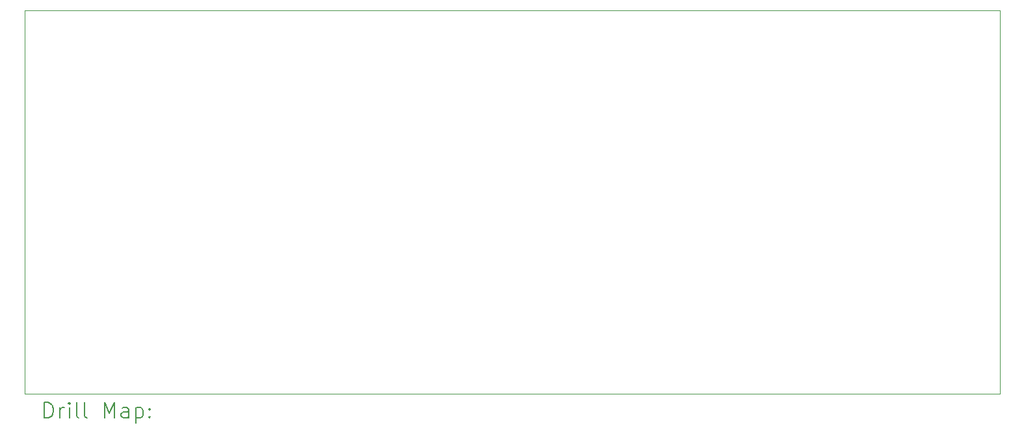
<source format=gbr>
%TF.GenerationSoftware,KiCad,Pcbnew,8.0.0-rc1*%
%TF.CreationDate,2024-11-04T15:20:00+03:00*%
%TF.ProjectId,Movita_CM4_CT_Router_V3.1,4d6f7669-7461-45f4-934d-345f43545f52,REV1*%
%TF.SameCoordinates,Original*%
%TF.FileFunction,Drillmap*%
%TF.FilePolarity,Positive*%
%FSLAX45Y45*%
G04 Gerber Fmt 4.5, Leading zero omitted, Abs format (unit mm)*
G04 Created by KiCad (PCBNEW 8.0.0-rc1) date 2024-11-04 15:20:00*
%MOMM*%
%LPD*%
G01*
G04 APERTURE LIST*
%ADD10C,0.050000*%
%ADD11C,0.200000*%
G04 APERTURE END LIST*
D10*
X10897377Y-8249419D02*
X23597377Y-8249419D01*
X23597377Y-13249419D01*
X10897377Y-13249419D01*
X10897377Y-8249419D01*
D11*
X11155654Y-13563403D02*
X11155654Y-13363403D01*
X11155654Y-13363403D02*
X11203272Y-13363403D01*
X11203272Y-13363403D02*
X11231844Y-13372927D01*
X11231844Y-13372927D02*
X11250892Y-13391974D01*
X11250892Y-13391974D02*
X11260415Y-13411022D01*
X11260415Y-13411022D02*
X11269939Y-13449117D01*
X11269939Y-13449117D02*
X11269939Y-13477688D01*
X11269939Y-13477688D02*
X11260415Y-13515784D01*
X11260415Y-13515784D02*
X11250892Y-13534831D01*
X11250892Y-13534831D02*
X11231844Y-13553879D01*
X11231844Y-13553879D02*
X11203272Y-13563403D01*
X11203272Y-13563403D02*
X11155654Y-13563403D01*
X11355653Y-13563403D02*
X11355653Y-13430069D01*
X11355653Y-13468165D02*
X11365177Y-13449117D01*
X11365177Y-13449117D02*
X11374701Y-13439593D01*
X11374701Y-13439593D02*
X11393749Y-13430069D01*
X11393749Y-13430069D02*
X11412796Y-13430069D01*
X11479463Y-13563403D02*
X11479463Y-13430069D01*
X11479463Y-13363403D02*
X11469939Y-13372927D01*
X11469939Y-13372927D02*
X11479463Y-13382450D01*
X11479463Y-13382450D02*
X11488987Y-13372927D01*
X11488987Y-13372927D02*
X11479463Y-13363403D01*
X11479463Y-13363403D02*
X11479463Y-13382450D01*
X11603272Y-13563403D02*
X11584225Y-13553879D01*
X11584225Y-13553879D02*
X11574701Y-13534831D01*
X11574701Y-13534831D02*
X11574701Y-13363403D01*
X11708034Y-13563403D02*
X11688987Y-13553879D01*
X11688987Y-13553879D02*
X11679463Y-13534831D01*
X11679463Y-13534831D02*
X11679463Y-13363403D01*
X11936606Y-13563403D02*
X11936606Y-13363403D01*
X11936606Y-13363403D02*
X12003273Y-13506260D01*
X12003273Y-13506260D02*
X12069939Y-13363403D01*
X12069939Y-13363403D02*
X12069939Y-13563403D01*
X12250892Y-13563403D02*
X12250892Y-13458641D01*
X12250892Y-13458641D02*
X12241368Y-13439593D01*
X12241368Y-13439593D02*
X12222320Y-13430069D01*
X12222320Y-13430069D02*
X12184225Y-13430069D01*
X12184225Y-13430069D02*
X12165177Y-13439593D01*
X12250892Y-13553879D02*
X12231844Y-13563403D01*
X12231844Y-13563403D02*
X12184225Y-13563403D01*
X12184225Y-13563403D02*
X12165177Y-13553879D01*
X12165177Y-13553879D02*
X12155653Y-13534831D01*
X12155653Y-13534831D02*
X12155653Y-13515784D01*
X12155653Y-13515784D02*
X12165177Y-13496736D01*
X12165177Y-13496736D02*
X12184225Y-13487212D01*
X12184225Y-13487212D02*
X12231844Y-13487212D01*
X12231844Y-13487212D02*
X12250892Y-13477688D01*
X12346130Y-13430069D02*
X12346130Y-13630069D01*
X12346130Y-13439593D02*
X12365177Y-13430069D01*
X12365177Y-13430069D02*
X12403273Y-13430069D01*
X12403273Y-13430069D02*
X12422320Y-13439593D01*
X12422320Y-13439593D02*
X12431844Y-13449117D01*
X12431844Y-13449117D02*
X12441368Y-13468165D01*
X12441368Y-13468165D02*
X12441368Y-13525307D01*
X12441368Y-13525307D02*
X12431844Y-13544355D01*
X12431844Y-13544355D02*
X12422320Y-13553879D01*
X12422320Y-13553879D02*
X12403273Y-13563403D01*
X12403273Y-13563403D02*
X12365177Y-13563403D01*
X12365177Y-13563403D02*
X12346130Y-13553879D01*
X12527082Y-13544355D02*
X12536606Y-13553879D01*
X12536606Y-13553879D02*
X12527082Y-13563403D01*
X12527082Y-13563403D02*
X12517558Y-13553879D01*
X12517558Y-13553879D02*
X12527082Y-13544355D01*
X12527082Y-13544355D02*
X12527082Y-13563403D01*
X12527082Y-13439593D02*
X12536606Y-13449117D01*
X12536606Y-13449117D02*
X12527082Y-13458641D01*
X12527082Y-13458641D02*
X12517558Y-13449117D01*
X12517558Y-13449117D02*
X12527082Y-13439593D01*
X12527082Y-13439593D02*
X12527082Y-13458641D01*
M02*

</source>
